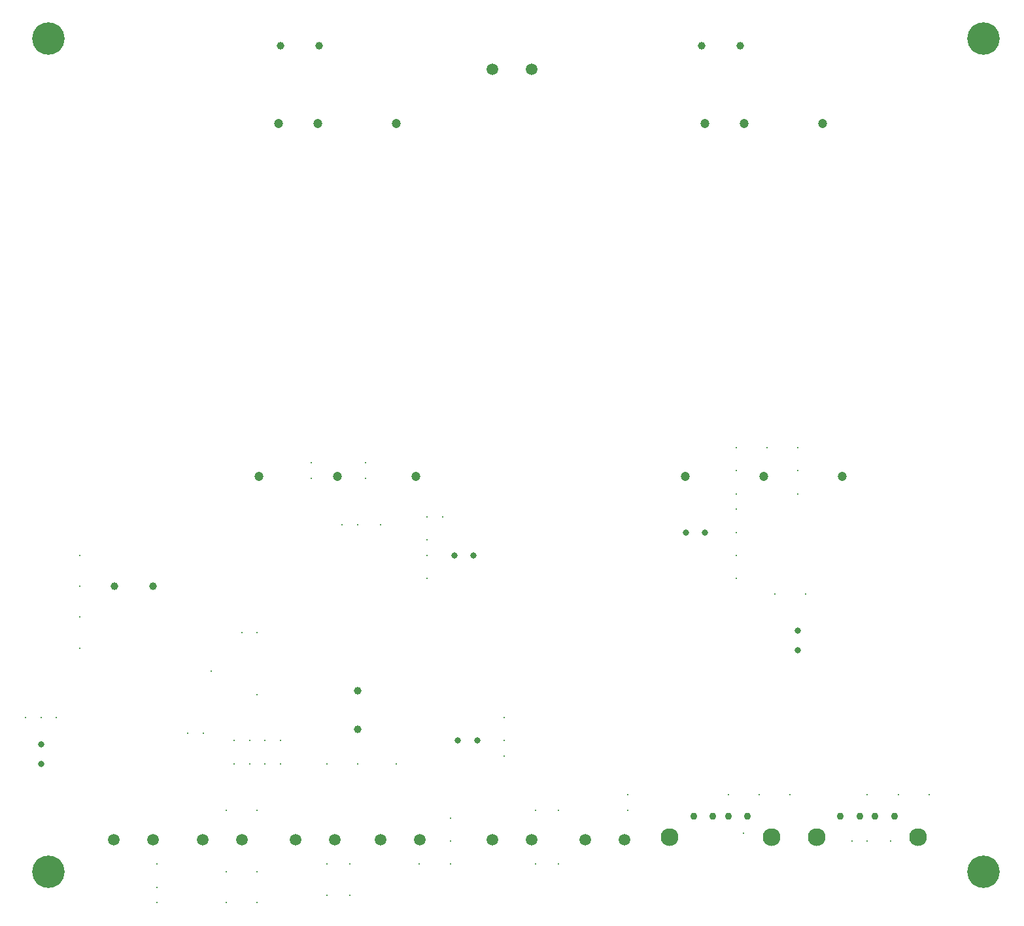
<source format=gbr>
%TF.GenerationSoftware,Altium Limited,Altium Designer,22.4.2 (48)*%
G04 Layer_Color=0*
%FSLAX45Y45*%
%MOMM*%
%TF.SameCoordinates,24D30104-F170-4498-80AD-2BAA9A99EF50*%
%TF.FilePolarity,Positive*%
%TF.FileFunction,Plated,1,2,PTH,Drill*%
%TF.Part,Single*%
G01*
G75*
%TA.AperFunction,ComponentDrill*%
%ADD52C,1.50000*%
%ADD53C,2.30000*%
%ADD54C,0.92000*%
%ADD55C,0.80000*%
%ADD56C,0.80000*%
%ADD57C,1.00000*%
%TA.AperFunction,OtherDrill,Pad Free-2 (6mm,6mm)*%
%ADD58C,4.20000*%
%TA.AperFunction,ComponentDrill*%
%ADD59C,1.00000*%
%ADD60C,1.20000*%
%TA.AperFunction,OtherDrill,Pad Free-2 (6mm,114mm)*%
%ADD61C,4.20000*%
%TA.AperFunction,OtherDrill,Pad Free-2 (127mm,6mm)*%
%ADD62C,4.20000*%
%TA.AperFunction,OtherDrill,Pad Free-2 (127mm,114mm)*%
%ADD63C,4.20000*%
%TA.AperFunction,ViaDrill,NotFilled*%
%ADD64C,0.30000*%
D52*
X6854000Y1021000D02*
D03*
X6346000D02*
D03*
X5408000D02*
D03*
X4900000D02*
D03*
X4308000D02*
D03*
X3800000D02*
D03*
X3100000D02*
D03*
X2592000D02*
D03*
X1954000D02*
D03*
X1446000D02*
D03*
X8054000D02*
D03*
X7546000D02*
D03*
X6346000Y11000000D02*
D03*
X6854000D02*
D03*
D53*
X8643000Y1048000D02*
D03*
X9957000D02*
D03*
X10543000D02*
D03*
X11857000D02*
D03*
D54*
X8950000Y1319000D02*
D03*
X9200000D02*
D03*
X9400000D02*
D03*
X9650000D02*
D03*
X10850000D02*
D03*
X11100000D02*
D03*
X11300000D02*
D03*
X11550000D02*
D03*
D55*
X9100000Y5000000D02*
D03*
X8850000D02*
D03*
X6150000Y2300000D02*
D03*
X5900000D02*
D03*
X5850000Y4700000D02*
D03*
X6100000D02*
D03*
D56*
X10300000Y3725000D02*
D03*
Y3475000D02*
D03*
X500000Y2000000D02*
D03*
Y2250000D02*
D03*
D57*
X4100000Y11300000D02*
D03*
X3600000D02*
D03*
X9550000D02*
D03*
X9050000D02*
D03*
X1950000Y4300000D02*
D03*
X1450000D02*
D03*
D58*
X600000Y600000D02*
D03*
D59*
X4600000Y2950000D02*
D03*
Y2450000D02*
D03*
D60*
X10878000Y5728000D02*
D03*
X9862000D02*
D03*
X8846000D02*
D03*
X10624000Y10300000D02*
D03*
X9608000D02*
D03*
X9100000D02*
D03*
X3576000D02*
D03*
X4084000D02*
D03*
X5100000D02*
D03*
X3322000Y5728000D02*
D03*
X4338000D02*
D03*
X5354000D02*
D03*
D61*
X600000Y11400000D02*
D03*
D62*
X12700000Y600000D02*
D03*
D63*
Y11400000D02*
D03*
D64*
X10200000Y1600000D02*
D03*
X12000000D02*
D03*
X11600000D02*
D03*
X11200000D02*
D03*
X11500000Y1000000D02*
D03*
X11200000D02*
D03*
X11000000D02*
D03*
X2000000Y200000D02*
D03*
Y400000D02*
D03*
Y700000D02*
D03*
X3300000Y1400000D02*
D03*
X2900000D02*
D03*
Y200000D02*
D03*
X3300000D02*
D03*
Y600000D02*
D03*
X2900000D02*
D03*
X4200000Y300000D02*
D03*
X4500000D02*
D03*
Y700000D02*
D03*
X4200000D02*
D03*
X5400000D02*
D03*
X5800000D02*
D03*
Y1000000D02*
D03*
Y1300000D02*
D03*
X7200000Y700000D02*
D03*
X6900000D02*
D03*
X7200000Y1400000D02*
D03*
X6900000D02*
D03*
X8100000Y1600000D02*
D03*
Y1400000D02*
D03*
X9800000Y1600000D02*
D03*
X9400000D02*
D03*
X9600000Y1100000D02*
D03*
X10400000Y4200000D02*
D03*
X10000000D02*
D03*
X9500000Y4400000D02*
D03*
Y4700000D02*
D03*
Y5000000D02*
D03*
Y5300000D02*
D03*
X10300000Y5500000D02*
D03*
Y5800000D02*
D03*
Y6100000D02*
D03*
X9900000D02*
D03*
X9500000D02*
D03*
Y5800000D02*
D03*
Y5500000D02*
D03*
X4900000Y5100000D02*
D03*
X4400000D02*
D03*
X5500000Y4900000D02*
D03*
Y4400000D02*
D03*
X6500000Y2600000D02*
D03*
Y2300000D02*
D03*
Y2100000D02*
D03*
X5100000Y2000000D02*
D03*
X4600000D02*
D03*
X4200000D02*
D03*
X2700000Y3200000D02*
D03*
X3100000Y3700000D02*
D03*
X3300000D02*
D03*
Y2900000D02*
D03*
X2600000Y2400000D02*
D03*
X2400000D02*
D03*
X700000Y2600000D02*
D03*
X300000D02*
D03*
X500000D02*
D03*
X1000000Y3500000D02*
D03*
Y4700000D02*
D03*
Y4300000D02*
D03*
Y3900000D02*
D03*
X4700000Y5700000D02*
D03*
Y5900000D02*
D03*
X4000000D02*
D03*
Y5700000D02*
D03*
X5500000Y5200000D02*
D03*
X5700000D02*
D03*
X5500000Y4700000D02*
D03*
X4600000Y5100000D02*
D03*
X3000000Y2000000D02*
D03*
X3200000D02*
D03*
X3400000D02*
D03*
X3600000D02*
D03*
Y2300000D02*
D03*
X3400000D02*
D03*
X3200000D02*
D03*
X3000000D02*
D03*
%TF.MD5,198003b8b22842e5ab51b4035ed3f18b*%
M02*

</source>
